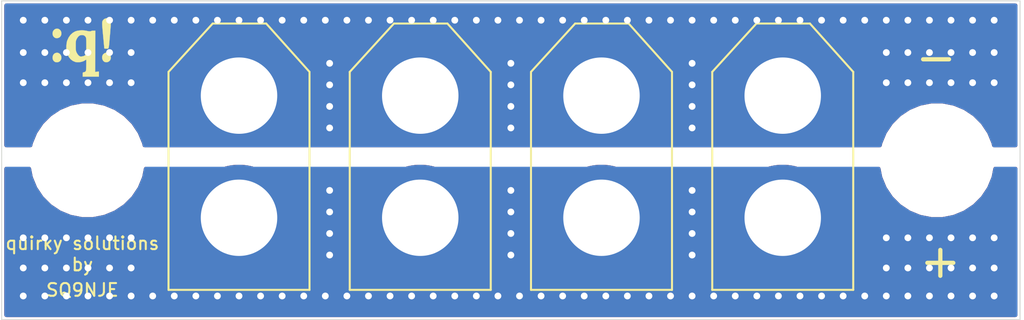
<source format=kicad_pcb>
(kicad_pcb (version 20171130) (host pcbnew 5.1.9-73d0e3b20d~88~ubuntu20.04.1)

  (general
    (thickness 1.6)
    (drawings 15)
    (tracks 164)
    (zones 0)
    (modules 7)
    (nets 3)
  )

  (page A4)
  (layers
    (0 F.Cu signal)
    (31 B.Cu signal)
    (32 B.Adhes user)
    (33 F.Adhes user)
    (34 B.Paste user)
    (35 F.Paste user)
    (36 B.SilkS user)
    (37 F.SilkS user)
    (38 B.Mask user)
    (39 F.Mask user)
    (40 Dwgs.User user)
    (41 Cmts.User user)
    (42 Eco1.User user)
    (43 Eco2.User user)
    (44 Edge.Cuts user)
    (45 Margin user)
    (46 B.CrtYd user)
    (47 F.CrtYd user)
    (48 B.Fab user)
    (49 F.Fab user)
  )

  (setup
    (last_trace_width 1.27)
    (user_trace_width 1.27)
    (trace_clearance 0.2)
    (zone_clearance 0.127)
    (zone_45_only no)
    (trace_min 0.2)
    (via_size 0.8)
    (via_drill 0.4)
    (via_min_size 0.4)
    (via_min_drill 0.3)
    (uvia_size 0.3)
    (uvia_drill 0.1)
    (uvias_allowed no)
    (uvia_min_size 0.2)
    (uvia_min_drill 0.1)
    (edge_width 0.05)
    (segment_width 0.2)
    (pcb_text_width 0.3)
    (pcb_text_size 1.5 1.5)
    (mod_edge_width 0.12)
    (mod_text_size 1 1)
    (mod_text_width 0.15)
    (pad_size 6.25 6.25)
    (pad_drill 4.3)
    (pad_to_mask_clearance 0)
    (aux_axis_origin 76.708 89.408)
    (grid_origin 76.708 89.408)
    (visible_elements FFFDFF77)
    (pcbplotparams
      (layerselection 0x010f0_ffffffff)
      (usegerberextensions false)
      (usegerberattributes true)
      (usegerberadvancedattributes true)
      (creategerberjobfile true)
      (excludeedgelayer true)
      (linewidth 0.100000)
      (plotframeref false)
      (viasonmask false)
      (mode 1)
      (useauxorigin false)
      (hpglpennumber 1)
      (hpglpenspeed 20)
      (hpglpendiameter 15.000000)
      (psnegative false)
      (psa4output false)
      (plotreference false)
      (plotvalue false)
      (plotinvisibletext false)
      (padsonsilk true)
      (subtractmaskfromsilk false)
      (outputformat 1)
      (mirror false)
      (drillshape 0)
      (scaleselection 1)
      (outputdirectory "gerber_03.01.2021_13.35/"))
  )

  (net 0 "")
  (net 1 "Net-(J1-Pad1)")
  (net 2 "Net-(J1-Pad2)")

  (net_class Default "This is the default net class."
    (clearance 0.2)
    (trace_width 0.25)
    (via_dia 0.8)
    (via_drill 0.4)
    (uvia_dia 0.3)
    (uvia_drill 0.1)
    (add_net "Net-(J1-Pad1)")
    (add_net "Net-(J1-Pad2)")
  )

  (module QS_RF:qs_logo (layer F.Cu) (tedit 0) (tstamp 5FF1B208)
    (at 81.458 73.408)
    (fp_text reference Ref** (at 0 0) (layer F.SilkS) hide
      (effects (font (size 1.27 1.27) (thickness 0.15)))
    )
    (fp_text value Val** (at 0 0) (layer F.SilkS) hide
      (effects (font (size 1.27 1.27) (thickness 0.15)))
    )
    (fp_poly (pts (xy 0.12416 -1.050565) (xy 0.246471 -1.028666) (xy 0.358462 -1.004448) (xy 0.445165 -0.99589)
      (xy 0.501329 -1.003236) (xy 0.518583 -1.016001) (xy 0.545432 -1.027731) (xy 0.600615 -1.035418)
      (xy 0.647801 -1.037167) (xy 0.763937 -1.037167) (xy 0.757677 0.179487) (xy 0.751416 1.396142)
      (xy 0.973666 1.370004) (xy 0.973666 1.672166) (xy 0.021166 1.672166) (xy 0.021166 1.545166)
      (xy 0.022364 1.474722) (xy 0.02859 1.436684) (xy 0.043792 1.421137) (xy 0.071738 1.418166)
      (xy 0.125328 1.404981) (xy 0.17228 1.37775) (xy 0.190875 1.36094) (xy 0.204347 1.340744)
      (xy 0.213697 1.310374) (xy 0.219923 1.26304) (xy 0.224026 1.191951) (xy 0.227006 1.090318)
      (xy 0.229062 0.992093) (xy 0.231378 0.86449) (xy 0.232125 0.773798) (xy 0.230749 0.714606)
      (xy 0.226699 0.681504) (xy 0.219424 0.669081) (xy 0.208372 0.671928) (xy 0.197312 0.680793)
      (xy 0.096994 0.745754) (xy -0.029498 0.793139) (xy -0.168669 0.820154) (xy -0.307024 0.824004)
      (xy -0.413076 0.8072) (xy -0.558082 0.746609) (xy -0.685778 0.650093) (xy -0.792022 0.52196)
      (xy -0.872675 0.36652) (xy -0.893946 0.306916) (xy -0.923929 0.175233) (xy -0.939728 0.022416)
      (xy -0.941381 -0.137322) (xy -0.939657 -0.158434) (xy -0.391329 -0.158434) (xy -0.391321 -0.148167)
      (xy -0.39046 -0.028151) (xy -0.387308 0.059322) (xy -0.380628 0.124026) (xy -0.36918 0.175738)
      (xy -0.351727 0.224234) (xy -0.341023 0.248862) (xy -0.298144 0.325504) (xy -0.244639 0.396796)
      (xy -0.216177 0.425826) (xy -0.166811 0.464797) (xy -0.123266 0.482501) (xy -0.066215 0.484794)
      (xy -0.029877 0.482265) (xy 0.074343 0.461249) (xy 0.157223 0.415349) (xy 0.232833 0.357678)
      (xy 0.232754 -0.122786) (xy 0.232477 -0.279091) (xy 0.231402 -0.398981) (xy 0.229072 -0.488372)
      (xy 0.225032 -0.553181) (xy 0.218826 -0.599325) (xy 0.209999 -0.632721) (xy 0.198094 -0.659285)
      (xy 0.190411 -0.67257) (xy 0.132607 -0.73804) (xy 0.053643 -0.773644) (xy -0.040582 -0.783167)
      (xy -0.140716 -0.763346) (xy -0.228683 -0.703602) (xy -0.305027 -0.603514) (xy -0.328084 -0.560917)
      (xy -0.353765 -0.507576) (xy -0.37138 -0.46186) (xy -0.382436 -0.413929) (xy -0.388441 -0.353942)
      (xy -0.390903 -0.272057) (xy -0.391329 -0.158434) (xy -0.939657 -0.158434) (xy -0.928929 -0.289766)
      (xy -0.90241 -0.420705) (xy -0.891817 -0.453392) (xy -0.80679 -0.639677) (xy -0.698246 -0.791694)
      (xy -0.564402 -0.911503) (xy -0.427041 -0.990657) (xy -0.314183 -1.027784) (xy -0.175291 -1.050675)
      (xy -0.024473 -1.058534) (xy 0.12416 -1.050565)) (layer F.SilkS) (width 0.01))
    (fp_poly (pts (xy -1.41368 0.275746) (xy -1.340547 0.318342) (xy -1.283598 0.382678) (xy -1.246407 0.462008)
      (xy -1.232549 0.549586) (xy -1.245597 0.638666) (xy -1.289127 0.722499) (xy -1.335507 0.771023)
      (xy -1.414686 0.812653) (xy -1.508839 0.825756) (xy -1.600294 0.808758) (xy -1.625817 0.796864)
      (xy -1.697596 0.735271) (xy -1.740924 0.652716) (xy -1.756406 0.559025) (xy -1.744646 0.464026)
      (xy -1.706247 0.377545) (xy -1.641816 0.309407) (xy -1.594199 0.282762) (xy -1.499422 0.261638)
      (xy -1.41368 0.275746)) (layer F.SilkS) (width 0.01))
    (fp_poly (pts (xy 1.469038 0.263786) (xy 1.547496 0.296293) (xy 1.612426 0.356102) (xy 1.657297 0.439934)
      (xy 1.67558 0.544509) (xy 1.673935 0.591978) (xy 1.646398 0.684238) (xy 1.588392 0.75673)
      (xy 1.509004 0.804755) (xy 1.417326 0.823617) (xy 1.322445 0.80862) (xy 1.286141 0.792365)
      (xy 1.222313 0.735519) (xy 1.180336 0.653573) (xy 1.162163 0.558789) (xy 1.169745 0.463432)
      (xy 1.205033 0.379767) (xy 1.217776 0.36287) (xy 1.297648 0.293795) (xy 1.383579 0.26186)
      (xy 1.469038 0.263786)) (layer F.SilkS) (width 0.01))
    (fp_poly (pts (xy 1.535315 -1.74531) (xy 1.60501 -1.692188) (xy 1.632972 -1.651331) (xy 1.647544 -1.619807)
      (xy 1.658511 -1.583821) (xy 1.665808 -1.538948) (xy 1.669367 -1.480762) (xy 1.669121 -1.404838)
      (xy 1.665003 -1.306749) (xy 1.656947 -1.18207) (xy 1.644884 -1.026375) (xy 1.628749 -0.835238)
      (xy 1.618919 -0.722552) (xy 1.601805 -0.52508) (xy 1.588007 -0.365677) (xy 1.576431 -0.24031)
      (xy 1.565984 -0.144944) (xy 1.555572 -0.075545) (xy 1.5441 -0.028079) (xy 1.530474 0.001487)
      (xy 1.5136 0.017187) (xy 1.492384 0.023056) (xy 1.465733 0.023127) (xy 1.432551 0.021434)
      (xy 1.417207 0.021166) (xy 1.35045 0.018744) (xy 1.304646 0.012452) (xy 1.290881 0.005291)
      (xy 1.288886 -0.018936) (xy 1.283367 -0.080132) (xy 1.274803 -0.173119) (xy 1.263675 -0.292723)
      (xy 1.250465 -0.433768) (xy 1.235652 -0.591079) (xy 1.227499 -0.677334) (xy 1.207222 -0.893622)
      (xy 1.191135 -1.072015) (xy 1.179171 -1.21674) (xy 1.171264 -1.332019) (xy 1.167347 -1.422079)
      (xy 1.167353 -1.491143) (xy 1.171217 -1.543437) (xy 1.17887 -1.583185) (xy 1.190248 -1.614612)
      (xy 1.205283 -1.641943) (xy 1.212128 -1.65241) (xy 1.279899 -1.721493) (xy 1.362917 -1.759988)
      (xy 1.451336 -1.767918) (xy 1.535315 -1.74531)) (layer F.SilkS) (width 0.01))
    (fp_poly (pts (xy -1.399691 -1.14069) (xy -1.327468 -1.094921) (xy -1.27282 -1.027422) (xy -1.23967 -0.944925)
      (xy -1.231941 -0.854166) (xy -1.253557 -0.761878) (xy -1.308441 -0.674795) (xy -1.309434 -0.673678)
      (xy -1.380215 -0.622736) (xy -1.469499 -0.597289) (xy -1.56136 -0.599635) (xy -1.632526 -0.627052)
      (xy -1.704702 -0.695812) (xy -1.746007 -0.782649) (xy -1.757392 -0.878056) (xy -1.739811 -0.972527)
      (xy -1.694213 -1.056557) (xy -1.62155 -1.120639) (xy -1.581169 -1.140097) (xy -1.485566 -1.157993)
      (xy -1.399691 -1.14069)) (layer F.SilkS) (width 0.01))
  )

  (module MountingHole:MountingHole_3.2mm_M3 (layer F.Cu) (tedit 5FF0D339) (tstamp 5FF12809)
    (at 81.758 80.01)
    (descr "Mounting Hole 3.2mm, no annular, M3")
    (tags "mounting hole 3.2mm no annular m3")
    (path /5FF10A54)
    (attr virtual)
    (fp_text reference H1 (at 0 -4.2) (layer F.SilkS) hide
      (effects (font (size 1 1) (thickness 0.15)))
    )
    (fp_text value MountingHole (at 0 4.2) (layer F.Fab)
      (effects (font (size 1 1) (thickness 0.15)))
    )
    (fp_text user %R (at 0.3 0) (layer F.Fab)
      (effects (font (size 1 1) (thickness 0.15)))
    )
    (fp_circle (center 0 0) (end 3.2 0) (layer Cmts.User) (width 0.15))
    (fp_circle (center 0 0) (end 3.45 0) (layer F.CrtYd) (width 0.05))
    (pad "" np_thru_hole circle (at 0 0) (size 3.2 3.2) (drill 3.2) (layers *.Cu *.Mask)
      (clearance 1.75))
  )

  (module MountingHole:MountingHole_3.2mm_M3 (layer F.Cu) (tedit 5FF0D422) (tstamp 5FF12811)
    (at 131.758 80.01)
    (descr "Mounting Hole 3.2mm, no annular, M3")
    (tags "mounting hole 3.2mm no annular m3")
    (path /5FF0FC96)
    (attr virtual)
    (fp_text reference H2 (at 0 -4.2) (layer F.SilkS) hide
      (effects (font (size 1 1) (thickness 0.15)))
    )
    (fp_text value MountingHole (at 0 4.2) (layer F.Fab)
      (effects (font (size 1 1) (thickness 0.15)))
    )
    (fp_circle (center 0 0) (end 3.45 0) (layer F.CrtYd) (width 0.05))
    (fp_circle (center 0 0) (end 3.2 0) (layer Cmts.User) (width 0.15))
    (fp_text user %R (at 0.3 0) (layer F.Fab)
      (effects (font (size 1 1) (thickness 0.15)))
    )
    (pad "" np_thru_hole circle (at 0 0) (size 3.2 3.2) (drill 3.2) (layers *.Cu *.Mask)
      (clearance 1.75))
  )

  (module Connector_AMASS:AMASS_XT60-F_1x02_P7.20mm_Vertical (layer F.Cu) (tedit 5FF18DEE) (tstamp 5FF131EC)
    (at 90.678 76.2 270)
    (descr "AMASS female XT60, through hole, vertical, https://www.tme.eu/Document/2d152ced3b7a446066e6c419d84bb460/XT60%20SPEC.pdf")
    (tags "XT60 female vertical")
    (path /5FF0E2F1)
    (fp_text reference J1 (at 3.6 -5.3 270) (layer F.SilkS) hide
      (effects (font (size 1 1) (thickness 0.15)))
    )
    (fp_text value Conn_01x02 (at 3.6 5.4 90) (layer F.Fab) hide
      (effects (font (size 1 1) (thickness 0.15)))
    )
    (fp_text user %R (at 3.6 0.05 90) (layer F.Fab) hide
      (effects (font (size 1 1) (thickness 0.15)))
    )
    (fp_line (start 11.45 -4.15) (end -1.4 -4.15) (layer F.SilkS) (width 0.12))
    (fp_line (start -4.25 -1.6) (end -4.25 1.55) (layer F.SilkS) (width 0.12))
    (fp_line (start -1.4 4.15) (end 11.45 4.15) (layer F.SilkS) (width 0.12))
    (fp_line (start 11.45 4.15) (end 11.45 -4.15) (layer F.SilkS) (width 0.12))
    (fp_line (start -1.4 -4.15) (end -4.25 -1.6) (layer F.SilkS) (width 0.12))
    (fp_line (start -4.25 1.55) (end -1.4 4.15) (layer F.SilkS) (width 0.12))
    (fp_line (start 11.35 -4.05) (end -1.4 -4.05) (layer F.Fab) (width 0.12))
    (fp_line (start -1.4 -4.05) (end -4.15 -1.55) (layer F.Fab) (width 0.12))
    (fp_line (start -4.15 -1.55) (end -4.15 1.55) (layer F.Fab) (width 0.12))
    (fp_line (start -4.15 1.55) (end -1.4 4.05) (layer F.Fab) (width 0.12))
    (fp_line (start -1.4 4.05) (end 11.35 4.05) (layer F.Fab) (width 0.12))
    (fp_line (start 11.35 4.05) (end 11.35 -4.05) (layer F.Fab) (width 0.12))
    (fp_line (start 11.85 -4.6) (end 11.85 4.6) (layer F.CrtYd) (width 0.05))
    (fp_line (start 11.85 4.6) (end -1.6 4.6) (layer F.CrtYd) (width 0.05))
    (fp_line (start -1.6 4.6) (end -4.65 1.85) (layer F.CrtYd) (width 0.05))
    (fp_line (start -4.65 1.85) (end -4.65 -1.85) (layer F.CrtYd) (width 0.05))
    (fp_line (start -4.65 -1.85) (end -1.6 -4.6) (layer F.CrtYd) (width 0.05))
    (fp_line (start -1.6 -4.6) (end 11.85 -4.6) (layer F.CrtYd) (width 0.05))
    (pad 1 thru_hole roundrect (at 0 0 270) (size 6 7) (drill 4.5) (layers *.Cu *.Mask) (roundrect_rratio 0.25)
      (net 1 "Net-(J1-Pad1)"))
    (pad 2 thru_hole circle (at 7.2 0 270) (size 6.25 6.25) (drill 4.5) (layers *.Cu *.Mask)
      (net 2 "Net-(J1-Pad2)"))
    (model ${KISYS3DMOD}/Connector_AMASS.3dshapes/AMASS_XT60-F_1x02_P7.2mm_Vertical.wrl
      (at (xyz 0 0 0))
      (scale (xyz 1 1 1))
      (rotate (xyz 0 0 0))
    )
  )

  (module Connector_AMASS:AMASS_XT60-F_1x02_P7.20mm_Vertical (layer F.Cu) (tedit 5FF18DF8) (tstamp 5FF12843)
    (at 101.346 76.2 270)
    (descr "AMASS female XT60, through hole, vertical, https://www.tme.eu/Document/2d152ced3b7a446066e6c419d84bb460/XT60%20SPEC.pdf")
    (tags "XT60 female vertical")
    (path /5FF0CEBC)
    (fp_text reference J2 (at 3.6 -5.3 270) (layer F.SilkS) hide
      (effects (font (size 1 1) (thickness 0.15)))
    )
    (fp_text value Conn_01x02 (at 3.6 5.4 90) (layer F.Fab) hide
      (effects (font (size 1 1) (thickness 0.15)))
    )
    (fp_line (start -1.6 -4.6) (end 11.85 -4.6) (layer F.CrtYd) (width 0.05))
    (fp_line (start -4.65 -1.85) (end -1.6 -4.6) (layer F.CrtYd) (width 0.05))
    (fp_line (start -4.65 1.85) (end -4.65 -1.85) (layer F.CrtYd) (width 0.05))
    (fp_line (start -1.6 4.6) (end -4.65 1.85) (layer F.CrtYd) (width 0.05))
    (fp_line (start 11.85 4.6) (end -1.6 4.6) (layer F.CrtYd) (width 0.05))
    (fp_line (start 11.85 -4.6) (end 11.85 4.6) (layer F.CrtYd) (width 0.05))
    (fp_line (start 11.35 4.05) (end 11.35 -4.05) (layer F.Fab) (width 0.12))
    (fp_line (start -1.4 4.05) (end 11.35 4.05) (layer F.Fab) (width 0.12))
    (fp_line (start -4.15 1.55) (end -1.4 4.05) (layer F.Fab) (width 0.12))
    (fp_line (start -4.15 -1.55) (end -4.15 1.55) (layer F.Fab) (width 0.12))
    (fp_line (start -1.4 -4.05) (end -4.15 -1.55) (layer F.Fab) (width 0.12))
    (fp_line (start 11.35 -4.05) (end -1.4 -4.05) (layer F.Fab) (width 0.12))
    (fp_line (start -4.25 1.55) (end -1.4 4.15) (layer F.SilkS) (width 0.12))
    (fp_line (start -1.4 -4.15) (end -4.25 -1.6) (layer F.SilkS) (width 0.12))
    (fp_line (start 11.45 4.15) (end 11.45 -4.15) (layer F.SilkS) (width 0.12))
    (fp_line (start -1.4 4.15) (end 11.45 4.15) (layer F.SilkS) (width 0.12))
    (fp_line (start -4.25 -1.6) (end -4.25 1.55) (layer F.SilkS) (width 0.12))
    (fp_line (start 11.45 -4.15) (end -1.4 -4.15) (layer F.SilkS) (width 0.12))
    (fp_text user %R (at 3.6 0.05 90) (layer F.Fab) hide
      (effects (font (size 1 1) (thickness 0.15)))
    )
    (pad 2 thru_hole circle (at 7.2 0 270) (size 6.25 6.25) (drill 4.5) (layers *.Cu *.Mask)
      (net 2 "Net-(J1-Pad2)"))
    (pad 1 thru_hole roundrect (at 0 0 270) (size 6 7) (drill 4.5) (layers *.Cu *.Mask) (roundrect_rratio 0.25)
      (net 1 "Net-(J1-Pad1)"))
    (model ${KISYS3DMOD}/Connector_AMASS.3dshapes/AMASS_XT60-F_1x02_P7.2mm_Vertical.wrl
      (at (xyz 0 0 0))
      (scale (xyz 1 1 1))
      (rotate (xyz 0 0 0))
    )
  )

  (module Connector_AMASS:AMASS_XT60-F_1x02_P7.20mm_Vertical (layer F.Cu) (tedit 5FF18E03) (tstamp 5FF1A11E)
    (at 112.014 76.2 270)
    (descr "AMASS female XT60, through hole, vertical, https://www.tme.eu/Document/2d152ced3b7a446066e6c419d84bb460/XT60%20SPEC.pdf")
    (tags "XT60 female vertical")
    (path /5FF0DA1B)
    (fp_text reference J3 (at 3.6 -5.3 270) (layer F.SilkS) hide
      (effects (font (size 1 1) (thickness 0.15)))
    )
    (fp_text value Conn_01x02 (at 3.6 5.4 90) (layer F.Fab) hide
      (effects (font (size 1 1) (thickness 0.15)))
    )
    (fp_text user %R (at 3.6 0.05 90) (layer F.Fab) hide
      (effects (font (size 1 1) (thickness 0.15)))
    )
    (fp_line (start 11.45 -4.15) (end -1.4 -4.15) (layer F.SilkS) (width 0.12))
    (fp_line (start -4.25 -1.6) (end -4.25 1.55) (layer F.SilkS) (width 0.12))
    (fp_line (start -1.4 4.15) (end 11.45 4.15) (layer F.SilkS) (width 0.12))
    (fp_line (start 11.45 4.15) (end 11.45 -4.15) (layer F.SilkS) (width 0.12))
    (fp_line (start -1.4 -4.15) (end -4.25 -1.6) (layer F.SilkS) (width 0.12))
    (fp_line (start -4.25 1.55) (end -1.4 4.15) (layer F.SilkS) (width 0.12))
    (fp_line (start 11.35 -4.05) (end -1.4 -4.05) (layer F.Fab) (width 0.12))
    (fp_line (start -1.4 -4.05) (end -4.15 -1.55) (layer F.Fab) (width 0.12))
    (fp_line (start -4.15 -1.55) (end -4.15 1.55) (layer F.Fab) (width 0.12))
    (fp_line (start -4.15 1.55) (end -1.4 4.05) (layer F.Fab) (width 0.12))
    (fp_line (start -1.4 4.05) (end 11.35 4.05) (layer F.Fab) (width 0.12))
    (fp_line (start 11.35 4.05) (end 11.35 -4.05) (layer F.Fab) (width 0.12))
    (fp_line (start 11.85 -4.6) (end 11.85 4.6) (layer F.CrtYd) (width 0.05))
    (fp_line (start 11.85 4.6) (end -1.6 4.6) (layer F.CrtYd) (width 0.05))
    (fp_line (start -1.6 4.6) (end -4.65 1.85) (layer F.CrtYd) (width 0.05))
    (fp_line (start -4.65 1.85) (end -4.65 -1.85) (layer F.CrtYd) (width 0.05))
    (fp_line (start -4.65 -1.85) (end -1.6 -4.6) (layer F.CrtYd) (width 0.05))
    (fp_line (start -1.6 -4.6) (end 11.85 -4.6) (layer F.CrtYd) (width 0.05))
    (pad 1 thru_hole roundrect (at 0 0 270) (size 6 7) (drill 4.5) (layers *.Cu *.Mask) (roundrect_rratio 0.25)
      (net 1 "Net-(J1-Pad1)"))
    (pad 2 thru_hole circle (at 7.2 0 270) (size 6.25 6.25) (drill 4.5) (layers *.Cu *.Mask)
      (net 2 "Net-(J1-Pad2)"))
    (model ${KISYS3DMOD}/Connector_AMASS.3dshapes/AMASS_XT60-F_1x02_P7.2mm_Vertical.wrl
      (at (xyz 0 0 0))
      (scale (xyz 1 1 1))
      (rotate (xyz 0 0 0))
    )
  )

  (module Connector_AMASS:AMASS_XT60-F_1x02_P7.20mm_Vertical (layer F.Cu) (tedit 5FF18E0C) (tstamp 5FF1A0A4)
    (at 122.682 76.2 270)
    (descr "AMASS female XT60, through hole, vertical, https://www.tme.eu/Document/2d152ced3b7a446066e6c419d84bb460/XT60%20SPEC.pdf")
    (tags "XT60 female vertical")
    (path /5FF0DFA1)
    (fp_text reference J4 (at 3.6 -5.3 270) (layer F.SilkS) hide
      (effects (font (size 1 1) (thickness 0.15)))
    )
    (fp_text value Conn_01x02 (at 3.6 5.4 90) (layer F.Fab) hide
      (effects (font (size 1 1) (thickness 0.15)))
    )
    (fp_line (start -1.6 -4.6) (end 11.85 -4.6) (layer F.CrtYd) (width 0.05))
    (fp_line (start -4.65 -1.85) (end -1.6 -4.6) (layer F.CrtYd) (width 0.05))
    (fp_line (start -4.65 1.85) (end -4.65 -1.85) (layer F.CrtYd) (width 0.05))
    (fp_line (start -1.6 4.6) (end -4.65 1.85) (layer F.CrtYd) (width 0.05))
    (fp_line (start 11.85 4.6) (end -1.6 4.6) (layer F.CrtYd) (width 0.05))
    (fp_line (start 11.85 -4.6) (end 11.85 4.6) (layer F.CrtYd) (width 0.05))
    (fp_line (start 11.35 4.05) (end 11.35 -4.05) (layer F.Fab) (width 0.12))
    (fp_line (start -1.4 4.05) (end 11.35 4.05) (layer F.Fab) (width 0.12))
    (fp_line (start -4.15 1.55) (end -1.4 4.05) (layer F.Fab) (width 0.12))
    (fp_line (start -4.15 -1.55) (end -4.15 1.55) (layer F.Fab) (width 0.12))
    (fp_line (start -1.4 -4.05) (end -4.15 -1.55) (layer F.Fab) (width 0.12))
    (fp_line (start 11.35 -4.05) (end -1.4 -4.05) (layer F.Fab) (width 0.12))
    (fp_line (start -4.25 1.55) (end -1.4 4.15) (layer F.SilkS) (width 0.12))
    (fp_line (start -1.4 -4.15) (end -4.25 -1.6) (layer F.SilkS) (width 0.12))
    (fp_line (start 11.45 4.15) (end 11.45 -4.15) (layer F.SilkS) (width 0.12))
    (fp_line (start -1.4 4.15) (end 11.45 4.15) (layer F.SilkS) (width 0.12))
    (fp_line (start -4.25 -1.6) (end -4.25 1.55) (layer F.SilkS) (width 0.12))
    (fp_line (start 11.45 -4.15) (end -1.4 -4.15) (layer F.SilkS) (width 0.12))
    (fp_text user %R (at 3.6 0.05 90) (layer F.Fab) hide
      (effects (font (size 1 1) (thickness 0.15)))
    )
    (pad 2 thru_hole circle (at 7.2 0 270) (size 6.25 6.25) (drill 4.5) (layers *.Cu *.Mask)
      (net 2 "Net-(J1-Pad2)"))
    (pad 1 thru_hole roundrect (at 0 0 270) (size 6 7) (drill 4.5) (layers *.Cu *.Mask) (roundrect_rratio 0.25)
      (net 1 "Net-(J1-Pad1)"))
    (model ${KISYS3DMOD}/Connector_AMASS.3dshapes/AMASS_XT60-F_1x02_P7.2mm_Vertical.wrl
      (at (xyz 0 0 0))
      (scale (xyz 1 1 1))
      (rotate (xyz 0 0 0))
    )
  )

  (gr_text + (at 131.958 85.908) (layer F.SilkS)
    (effects (font (size 2 2) (thickness 0.25)))
  )
  (gr_text - (at 131.708 73.908) (layer F.SilkS)
    (effects (font (size 2 2) (thickness 0.25)))
  )
  (gr_text SQ9NJE (at 81.458 87.658) (layer F.SilkS) (tstamp 5FF1B37A)
    (effects (font (size 0.75 0.75) (thickness 0.12)))
  )
  (gr_text by (at 81.458 86.158) (layer F.SilkS) (tstamp 5FF1B4E0)
    (effects (font (size 0.75 0.75) (thickness 0.12)))
  )
  (gr_text "quirky solutions" (at 81.458 84.908) (layer F.SilkS)
    (effects (font (size 0.75 0.75) (thickness 0.12)))
  )
  (gr_poly (pts (xy 85.598 87.63) (xy 76.708 87.63) (xy 76.708 84.201) (xy 85.598 84.201)) (layer B.Mask) (width 0.1))
  (gr_poly (pts (xy 136.652 75.819) (xy 127.508 75.819) (xy 127.508 72.39) (xy 136.652 72.39)) (layer B.Mask) (width 0.1))
  (gr_poly (pts (xy 136.652 87.63) (xy 127.508 87.63) (xy 127.508 84.201) (xy 136.652 84.201)) (layer B.Mask) (width 0.1))
  (gr_poly (pts (xy 85.598 75.819) (xy 76.708 75.819) (xy 76.708 72.39) (xy 85.598 72.39)) (layer B.Mask) (width 0.1))
  (gr_poly (pts (xy 136.652 89.408) (xy 76.708 89.408) (xy 76.708 87.122) (xy 136.652 87.122)) (layer B.Mask) (width 0.1) (tstamp 5FF134C0))
  (gr_poly (pts (xy 136.652 72.644) (xy 76.708 72.644) (xy 76.708 70.612) (xy 136.652 70.612)) (layer B.Mask) (width 0.1))
  (gr_line (start 136.652 89.408) (end 136.652 70.612) (layer Edge.Cuts) (width 0.05))
  (gr_line (start 136.652 70.612) (end 76.708 70.612) (layer Edge.Cuts) (width 0.05) (tstamp 5FF12C97))
  (gr_line (start 76.708 89.408) (end 136.652 89.408) (layer Edge.Cuts) (width 0.05))
  (gr_line (start 76.708 70.612) (end 76.708 89.408) (layer Edge.Cuts) (width 0.05))

  (via (at 77.978 71.755) (size 0.8) (drill 0.4) (layers F.Cu B.Cu) (net 1))
  (via (at 79.248 71.755) (size 0.8) (drill 0.4) (layers F.Cu B.Cu) (net 1))
  (via (at 80.518 71.755) (size 0.8) (drill 0.4) (layers F.Cu B.Cu) (net 1))
  (via (at 81.788 71.755) (size 0.8) (drill 0.4) (layers F.Cu B.Cu) (net 1))
  (via (at 83.058 71.755) (size 0.8) (drill 0.4) (layers F.Cu B.Cu) (net 1))
  (via (at 84.328 71.755) (size 0.8) (drill 0.4) (layers F.Cu B.Cu) (net 1))
  (via (at 85.598 71.755) (size 0.8) (drill 0.4) (layers F.Cu B.Cu) (net 1))
  (via (at 86.868 71.755) (size 0.8) (drill 0.4) (layers F.Cu B.Cu) (net 1))
  (via (at 88.138 71.755) (size 0.8) (drill 0.4) (layers F.Cu B.Cu) (net 1))
  (via (at 89.408 71.755) (size 0.8) (drill 0.4) (layers F.Cu B.Cu) (net 1))
  (via (at 90.678 71.755) (size 0.8) (drill 0.4) (layers F.Cu B.Cu) (net 1))
  (via (at 91.948 71.755) (size 0.8) (drill 0.4) (layers F.Cu B.Cu) (net 1))
  (via (at 93.218 71.755) (size 0.8) (drill 0.4) (layers F.Cu B.Cu) (net 1))
  (via (at 94.488 71.755) (size 0.8) (drill 0.4) (layers F.Cu B.Cu) (net 1))
  (via (at 95.758 71.755) (size 0.8) (drill 0.4) (layers F.Cu B.Cu) (net 1))
  (via (at 97.028 71.755) (size 0.8) (drill 0.4) (layers F.Cu B.Cu) (net 1))
  (via (at 98.298 71.755) (size 0.8) (drill 0.4) (layers F.Cu B.Cu) (net 1))
  (via (at 99.568 71.755) (size 0.8) (drill 0.4) (layers F.Cu B.Cu) (net 1))
  (via (at 100.838 71.755) (size 0.8) (drill 0.4) (layers F.Cu B.Cu) (net 1))
  (via (at 102.108 71.755) (size 0.8) (drill 0.4) (layers F.Cu B.Cu) (net 1))
  (via (at 103.378 71.755) (size 0.8) (drill 0.4) (layers F.Cu B.Cu) (net 1))
  (via (at 104.648 71.755) (size 0.8) (drill 0.4) (layers F.Cu B.Cu) (net 1))
  (via (at 105.918 71.755) (size 0.8) (drill 0.4) (layers F.Cu B.Cu) (net 1))
  (via (at 107.188 71.755) (size 0.8) (drill 0.4) (layers F.Cu B.Cu) (net 1))
  (via (at 108.458 71.755) (size 0.8) (drill 0.4) (layers F.Cu B.Cu) (net 1))
  (via (at 109.728 71.755) (size 0.8) (drill 0.4) (layers F.Cu B.Cu) (net 1))
  (via (at 110.998 71.755) (size 0.8) (drill 0.4) (layers F.Cu B.Cu) (net 1))
  (via (at 112.268 71.755) (size 0.8) (drill 0.4) (layers F.Cu B.Cu) (net 1))
  (via (at 113.538 71.755) (size 0.8) (drill 0.4) (layers F.Cu B.Cu) (net 1))
  (via (at 114.808 71.755) (size 0.8) (drill 0.4) (layers F.Cu B.Cu) (net 1))
  (via (at 116.078 71.755) (size 0.8) (drill 0.4) (layers F.Cu B.Cu) (net 1))
  (via (at 117.348 71.755) (size 0.8) (drill 0.4) (layers F.Cu B.Cu) (net 1))
  (via (at 118.618 71.755) (size 0.8) (drill 0.4) (layers F.Cu B.Cu) (net 1))
  (via (at 119.888 71.755) (size 0.8) (drill 0.4) (layers F.Cu B.Cu) (net 1))
  (via (at 121.158 71.755) (size 0.8) (drill 0.4) (layers F.Cu B.Cu) (net 1))
  (via (at 122.428 71.755) (size 0.8) (drill 0.4) (layers F.Cu B.Cu) (net 1))
  (via (at 123.698 71.755) (size 0.8) (drill 0.4) (layers F.Cu B.Cu) (net 1))
  (via (at 124.968 71.755) (size 0.8) (drill 0.4) (layers F.Cu B.Cu) (net 1))
  (via (at 126.238 71.755) (size 0.8) (drill 0.4) (layers F.Cu B.Cu) (net 1))
  (via (at 127.508 71.755) (size 0.8) (drill 0.4) (layers F.Cu B.Cu) (net 1))
  (via (at 128.778 71.755) (size 0.8) (drill 0.4) (layers F.Cu B.Cu) (net 1))
  (via (at 130.048 71.755) (size 0.8) (drill 0.4) (layers F.Cu B.Cu) (net 1))
  (via (at 131.318 71.755) (size 0.8) (drill 0.4) (layers F.Cu B.Cu) (net 1))
  (via (at 132.588 71.755) (size 0.8) (drill 0.4) (layers F.Cu B.Cu) (net 1))
  (via (at 133.858 71.755) (size 0.8) (drill 0.4) (layers F.Cu B.Cu) (net 1))
  (via (at 135.128 71.755) (size 0.8) (drill 0.4) (layers F.Cu B.Cu) (net 1))
  (via (at 98.298 88.011) (size 0.8) (drill 0.4) (layers F.Cu B.Cu) (net 2) (tstamp 5FF134F5))
  (via (at 85.598 88.011) (size 0.8) (drill 0.4) (layers F.Cu B.Cu) (net 2) (tstamp 5FF134F6))
  (via (at 118.618 88.011) (size 0.8) (drill 0.4) (layers F.Cu B.Cu) (net 2) (tstamp 5FF134F7))
  (via (at 112.268 88.011) (size 0.8) (drill 0.4) (layers F.Cu B.Cu) (net 2) (tstamp 5FF134F8))
  (via (at 86.868 88.011) (size 0.8) (drill 0.4) (layers F.Cu B.Cu) (net 2) (tstamp 5FF134F9))
  (via (at 127.508 88.011) (size 0.8) (drill 0.4) (layers F.Cu B.Cu) (net 2) (tstamp 5FF134FA))
  (via (at 131.318 88.011) (size 0.8) (drill 0.4) (layers F.Cu B.Cu) (net 2) (tstamp 5FF134FB))
  (via (at 100.838 88.011) (size 0.8) (drill 0.4) (layers F.Cu B.Cu) (net 2) (tstamp 5FF134FC))
  (via (at 89.408 88.011) (size 0.8) (drill 0.4) (layers F.Cu B.Cu) (net 2) (tstamp 5FF134FD))
  (via (at 93.218 88.011) (size 0.8) (drill 0.4) (layers F.Cu B.Cu) (net 2) (tstamp 5FF134FE))
  (via (at 128.778 88.011) (size 0.8) (drill 0.4) (layers F.Cu B.Cu) (net 2) (tstamp 5FF134FF))
  (via (at 102.108 88.011) (size 0.8) (drill 0.4) (layers F.Cu B.Cu) (net 2) (tstamp 5FF13500))
  (via (at 132.588 88.011) (size 0.8) (drill 0.4) (layers F.Cu B.Cu) (net 2) (tstamp 5FF13501))
  (via (at 109.728 88.011) (size 0.8) (drill 0.4) (layers F.Cu B.Cu) (net 2) (tstamp 5FF13502))
  (via (at 97.028 88.011) (size 0.8) (drill 0.4) (layers F.Cu B.Cu) (net 2) (tstamp 5FF13503))
  (via (at 108.458 88.011) (size 0.8) (drill 0.4) (layers F.Cu B.Cu) (net 2) (tstamp 5FF13504))
  (via (at 104.648 88.011) (size 0.8) (drill 0.4) (layers F.Cu B.Cu) (net 2) (tstamp 5FF13505))
  (via (at 126.238 88.011) (size 0.8) (drill 0.4) (layers F.Cu B.Cu) (net 2) (tstamp 5FF13506))
  (via (at 88.138 88.011) (size 0.8) (drill 0.4) (layers F.Cu B.Cu) (net 2) (tstamp 5FF13507))
  (via (at 81.788 88.011) (size 0.8) (drill 0.4) (layers F.Cu B.Cu) (net 2) (tstamp 5FF13508))
  (via (at 103.378 88.011) (size 0.8) (drill 0.4) (layers F.Cu B.Cu) (net 2) (tstamp 5FF13509))
  (via (at 114.808 88.011) (size 0.8) (drill 0.4) (layers F.Cu B.Cu) (net 2) (tstamp 5FF1350A))
  (via (at 94.488 88.011) (size 0.8) (drill 0.4) (layers F.Cu B.Cu) (net 2) (tstamp 5FF1350B))
  (via (at 105.918 88.011) (size 0.8) (drill 0.4) (layers F.Cu B.Cu) (net 2) (tstamp 5FF1350C))
  (via (at 124.968 88.011) (size 0.8) (drill 0.4) (layers F.Cu B.Cu) (net 2) (tstamp 5FF1350D))
  (via (at 117.348 88.011) (size 0.8) (drill 0.4) (layers F.Cu B.Cu) (net 2) (tstamp 5FF1350E))
  (via (at 80.518 88.011) (size 0.8) (drill 0.4) (layers F.Cu B.Cu) (net 2) (tstamp 5FF1350F))
  (via (at 116.078 88.011) (size 0.8) (drill 0.4) (layers F.Cu B.Cu) (net 2) (tstamp 5FF13510))
  (via (at 113.538 88.011) (size 0.8) (drill 0.4) (layers F.Cu B.Cu) (net 2) (tstamp 5FF13511))
  (via (at 123.698 88.011) (size 0.8) (drill 0.4) (layers F.Cu B.Cu) (net 2) (tstamp 5FF13512))
  (via (at 90.678 88.011) (size 0.8) (drill 0.4) (layers F.Cu B.Cu) (net 2) (tstamp 5FF13513))
  (via (at 91.948 88.011) (size 0.8) (drill 0.4) (layers F.Cu B.Cu) (net 2) (tstamp 5FF13514))
  (via (at 133.858 88.011) (size 0.8) (drill 0.4) (layers F.Cu B.Cu) (net 2) (tstamp 5FF13515))
  (via (at 99.568 88.011) (size 0.8) (drill 0.4) (layers F.Cu B.Cu) (net 2) (tstamp 5FF13516))
  (via (at 95.758 88.011) (size 0.8) (drill 0.4) (layers F.Cu B.Cu) (net 2) (tstamp 5FF13517))
  (via (at 119.888 88.011) (size 0.8) (drill 0.4) (layers F.Cu B.Cu) (net 2) (tstamp 5FF13518))
  (via (at 122.428 88.011) (size 0.8) (drill 0.4) (layers F.Cu B.Cu) (net 2) (tstamp 5FF13519))
  (via (at 77.978 88.011) (size 0.8) (drill 0.4) (layers F.Cu B.Cu) (net 2) (tstamp 5FF1351A))
  (via (at 107.188 88.011) (size 0.8) (drill 0.4) (layers F.Cu B.Cu) (net 2) (tstamp 5FF1351B))
  (via (at 83.058 88.011) (size 0.8) (drill 0.4) (layers F.Cu B.Cu) (net 2) (tstamp 5FF1351C))
  (via (at 79.248 88.011) (size 0.8) (drill 0.4) (layers F.Cu B.Cu) (net 2) (tstamp 5FF1351D))
  (via (at 130.048 88.011) (size 0.8) (drill 0.4) (layers F.Cu B.Cu) (net 2) (tstamp 5FF1351E))
  (via (at 135.128 88.011) (size 0.8) (drill 0.4) (layers F.Cu B.Cu) (net 2) (tstamp 5FF1351F))
  (via (at 121.158 88.011) (size 0.8) (drill 0.4) (layers F.Cu B.Cu) (net 2) (tstamp 5FF13520))
  (via (at 84.328 88.011) (size 0.8) (drill 0.4) (layers F.Cu B.Cu) (net 2) (tstamp 5FF13521))
  (via (at 110.998 88.011) (size 0.8) (drill 0.4) (layers F.Cu B.Cu) (net 2) (tstamp 5FF13522))
  (via (at 77.978 73.66) (size 0.8) (drill 0.4) (layers F.Cu B.Cu) (net 1))
  (via (at 79.248 73.66) (size 0.8) (drill 0.4) (layers F.Cu B.Cu) (net 1))
  (via (at 80.518 73.66) (size 0.8) (drill 0.4) (layers F.Cu B.Cu) (net 1))
  (via (at 81.788 73.66) (size 0.8) (drill 0.4) (layers F.Cu B.Cu) (net 1))
  (via (at 83.058 73.66) (size 0.8) (drill 0.4) (layers F.Cu B.Cu) (net 1))
  (via (at 84.328 73.66) (size 0.8) (drill 0.4) (layers F.Cu B.Cu) (net 1))
  (via (at 135.128 73.66) (size 0.8) (drill 0.4) (layers F.Cu B.Cu) (net 1))
  (via (at 133.858 73.66) (size 0.8) (drill 0.4) (layers F.Cu B.Cu) (net 1))
  (via (at 132.588 73.66) (size 0.8) (drill 0.4) (layers F.Cu B.Cu) (net 1))
  (via (at 131.318 73.66) (size 0.8) (drill 0.4) (layers F.Cu B.Cu) (net 1))
  (via (at 130.048 73.66) (size 0.8) (drill 0.4) (layers F.Cu B.Cu) (net 1))
  (via (at 128.778 73.66) (size 0.8) (drill 0.4) (layers F.Cu B.Cu) (net 1))
  (via (at 96.012 78.105) (size 0.8) (drill 0.4) (layers F.Cu B.Cu) (net 1))
  (via (at 96.012 76.835) (size 0.8) (drill 0.4) (layers F.Cu B.Cu) (net 1))
  (via (at 96.012 75.565) (size 0.8) (drill 0.4) (layers F.Cu B.Cu) (net 1))
  (via (at 96.012 74.295) (size 0.8) (drill 0.4) (layers F.Cu B.Cu) (net 1))
  (via (at 106.68 78.105) (size 0.8) (drill 0.4) (layers F.Cu B.Cu) (net 1))
  (via (at 106.68 76.835) (size 0.8) (drill 0.4) (layers F.Cu B.Cu) (net 1))
  (via (at 106.68 75.565) (size 0.8) (drill 0.4) (layers F.Cu B.Cu) (net 1))
  (via (at 106.68 74.295) (size 0.8) (drill 0.4) (layers F.Cu B.Cu) (net 1))
  (via (at 117.348 78.105) (size 0.8) (drill 0.4) (layers F.Cu B.Cu) (net 1))
  (via (at 117.348 76.835) (size 0.8) (drill 0.4) (layers F.Cu B.Cu) (net 1))
  (via (at 117.348 75.565) (size 0.8) (drill 0.4) (layers F.Cu B.Cu) (net 1))
  (via (at 117.348 74.295) (size 0.8) (drill 0.4) (layers F.Cu B.Cu) (net 1) (tstamp 5FF1A183))
  (via (at 77.978 75.438) (size 0.8) (drill 0.4) (layers F.Cu B.Cu) (net 1))
  (via (at 79.248 75.438) (size 0.8) (drill 0.4) (layers F.Cu B.Cu) (net 1))
  (via (at 80.518 75.438) (size 0.8) (drill 0.4) (layers F.Cu B.Cu) (net 1))
  (via (at 81.788 75.438) (size 0.8) (drill 0.4) (layers F.Cu B.Cu) (net 1))
  (via (at 83.058 75.438) (size 0.8) (drill 0.4) (layers F.Cu B.Cu) (net 1))
  (via (at 84.328 75.438) (size 0.8) (drill 0.4) (layers F.Cu B.Cu) (net 1))
  (via (at 128.778 75.438) (size 0.8) (drill 0.4) (layers F.Cu B.Cu) (net 1))
  (via (at 130.048 75.438) (size 0.8) (drill 0.4) (layers F.Cu B.Cu) (net 1))
  (via (at 131.318 75.438) (size 0.8) (drill 0.4) (layers F.Cu B.Cu) (net 1))
  (via (at 132.588 75.438) (size 0.8) (drill 0.4) (layers F.Cu B.Cu) (net 1))
  (via (at 133.858 75.438) (size 0.8) (drill 0.4) (layers F.Cu B.Cu) (net 1))
  (via (at 135.128 75.438) (size 0.8) (drill 0.4) (layers F.Cu B.Cu) (net 1))
  (via (at 77.978 86.36) (size 0.8) (drill 0.4) (layers F.Cu B.Cu) (net 2))
  (via (at 79.248 86.36) (size 0.8) (drill 0.4) (layers F.Cu B.Cu) (net 2))
  (via (at 80.518 86.36) (size 0.8) (drill 0.4) (layers F.Cu B.Cu) (net 2))
  (via (at 81.788 86.36) (size 0.8) (drill 0.4) (layers F.Cu B.Cu) (net 2))
  (via (at 83.058 86.36) (size 0.8) (drill 0.4) (layers F.Cu B.Cu) (net 2))
  (via (at 84.328 86.36) (size 0.8) (drill 0.4) (layers F.Cu B.Cu) (net 2))
  (via (at 135.128 86.36) (size 0.8) (drill 0.4) (layers F.Cu B.Cu) (net 2))
  (via (at 133.858 86.36) (size 0.8) (drill 0.4) (layers F.Cu B.Cu) (net 2))
  (via (at 132.588 86.36) (size 0.8) (drill 0.4) (layers F.Cu B.Cu) (net 2))
  (via (at 131.318 86.36) (size 0.8) (drill 0.4) (layers F.Cu B.Cu) (net 2))
  (via (at 130.048 86.36) (size 0.8) (drill 0.4) (layers F.Cu B.Cu) (net 2))
  (via (at 128.778 86.36) (size 0.8) (drill 0.4) (layers F.Cu B.Cu) (net 2))
  (via (at 96.012 81.788) (size 0.8) (drill 0.4) (layers F.Cu B.Cu) (net 2) (tstamp 5FF13733))
  (via (at 96.012 83.058) (size 0.8) (drill 0.4) (layers F.Cu B.Cu) (net 2) (tstamp 5FF13730))
  (via (at 96.012 84.328) (size 0.8) (drill 0.4) (layers F.Cu B.Cu) (net 2) (tstamp 5FF1372A))
  (via (at 96.012 85.598) (size 0.8) (drill 0.4) (layers F.Cu B.Cu) (net 2) (tstamp 5FF1372D))
  (via (at 106.68 81.788) (size 0.8) (drill 0.4) (layers F.Cu B.Cu) (net 2))
  (via (at 106.68 83.058) (size 0.8) (drill 0.4) (layers F.Cu B.Cu) (net 2))
  (via (at 106.68 84.328) (size 0.8) (drill 0.4) (layers F.Cu B.Cu) (net 2))
  (via (at 106.68 85.598) (size 0.8) (drill 0.4) (layers F.Cu B.Cu) (net 2))
  (via (at 117.348 81.788) (size 0.8) (drill 0.4) (layers F.Cu B.Cu) (net 2))
  (via (at 117.348 83.058) (size 0.8) (drill 0.4) (layers F.Cu B.Cu) (net 2))
  (via (at 117.348 84.328) (size 0.8) (drill 0.4) (layers F.Cu B.Cu) (net 2))
  (via (at 117.348 85.598) (size 0.8) (drill 0.4) (layers F.Cu B.Cu) (net 2))
  (via (at 77.978 84.582) (size 0.8) (drill 0.4) (layers F.Cu B.Cu) (net 2))
  (via (at 79.248 84.582) (size 0.8) (drill 0.4) (layers F.Cu B.Cu) (net 2))
  (via (at 80.518 84.582) (size 0.8) (drill 0.4) (layers F.Cu B.Cu) (net 2))
  (via (at 81.788 84.582) (size 0.8) (drill 0.4) (layers F.Cu B.Cu) (net 2))
  (via (at 83.058 84.582) (size 0.8) (drill 0.4) (layers F.Cu B.Cu) (net 2))
  (via (at 84.328 84.582) (size 0.8) (drill 0.4) (layers F.Cu B.Cu) (net 2))
  (via (at 128.778 84.582) (size 0.8) (drill 0.4) (layers F.Cu B.Cu) (net 2))
  (via (at 130.048 84.582) (size 0.8) (drill 0.4) (layers F.Cu B.Cu) (net 2))
  (via (at 131.318 84.582) (size 0.8) (drill 0.4) (layers F.Cu B.Cu) (net 2))
  (via (at 132.588 84.582) (size 0.8) (drill 0.4) (layers F.Cu B.Cu) (net 2))
  (via (at 133.858 84.582) (size 0.8) (drill 0.4) (layers F.Cu B.Cu) (net 2))
  (via (at 135.128 84.582) (size 0.8) (drill 0.4) (layers F.Cu B.Cu) (net 2))

  (zone (net 1) (net_name "Net-(J1-Pad1)") (layer B.Cu) (tstamp 5FF1BBD1) (hatch edge 0.508)
    (connect_pads yes (clearance 0.127))
    (min_thickness 0.254)
    (fill yes (arc_segments 32) (thermal_gap 0) (thermal_bridge_width 0.3))
    (polygon
      (pts
        (xy 136.652 79.248) (xy 130.429 79.248) (xy 125.222 79.248) (xy 87.63 79.248) (xy 83.82 79.248)
        (xy 76.708 79.248) (xy 76.708 70.612) (xy 136.652 70.612)
      )
    )
    (filled_polygon
      (pts
        (xy 136.373001 79.121) (xy 135.126286 79.121) (xy 135.101381 78.995796) (xy 134.839278 78.363023) (xy 134.458762 77.793542)
        (xy 133.974458 77.309238) (xy 133.404977 76.928722) (xy 132.772204 76.666619) (xy 132.100455 76.533) (xy 131.415545 76.533)
        (xy 130.743796 76.666619) (xy 130.111023 76.928722) (xy 129.541542 77.309238) (xy 129.057238 77.793542) (xy 128.676722 78.363023)
        (xy 128.414619 78.995796) (xy 128.389714 79.121) (xy 85.126286 79.121) (xy 85.101381 78.995796) (xy 84.839278 78.363023)
        (xy 84.458762 77.793542) (xy 83.974458 77.309238) (xy 83.404977 76.928722) (xy 82.772204 76.666619) (xy 82.100455 76.533)
        (xy 81.415545 76.533) (xy 80.743796 76.666619) (xy 80.111023 76.928722) (xy 79.541542 77.309238) (xy 79.057238 77.793542)
        (xy 78.676722 78.363023) (xy 78.414619 78.995796) (xy 78.389714 79.121) (xy 76.987 79.121) (xy 76.987 70.891)
        (xy 136.373001 70.891)
      )
    )
  )
  (zone (net 2) (net_name "Net-(J1-Pad2)") (layer B.Cu) (tstamp 5FF1BBCE) (hatch edge 0.508)
    (connect_pads yes (clearance 0.127))
    (min_thickness 0.254)
    (fill yes (arc_segments 32) (thermal_gap 0) (thermal_bridge_width 0.508))
    (polygon
      (pts
        (xy 129.286 80.391) (xy 136.652 80.391) (xy 136.652 89.408) (xy 76.708 89.408) (xy 76.708 80.391)
        (xy 83.82 80.391) (xy 87.249 80.391) (xy 125.222 80.391)
      )
    )
    (filled_polygon
      (pts
        (xy 78.414619 81.024204) (xy 78.676722 81.656977) (xy 79.057238 82.226458) (xy 79.541542 82.710762) (xy 80.111023 83.091278)
        (xy 80.743796 83.353381) (xy 81.415545 83.487) (xy 82.100455 83.487) (xy 82.772204 83.353381) (xy 83.404977 83.091278)
        (xy 83.974458 82.710762) (xy 84.458762 82.226458) (xy 84.839278 81.656977) (xy 85.101381 81.024204) (xy 85.202071 80.518)
        (xy 128.313929 80.518) (xy 128.414619 81.024204) (xy 128.676722 81.656977) (xy 129.057238 82.226458) (xy 129.541542 82.710762)
        (xy 130.111023 83.091278) (xy 130.743796 83.353381) (xy 131.415545 83.487) (xy 132.100455 83.487) (xy 132.772204 83.353381)
        (xy 133.404977 83.091278) (xy 133.974458 82.710762) (xy 134.458762 82.226458) (xy 134.839278 81.656977) (xy 135.101381 81.024204)
        (xy 135.202071 80.518) (xy 136.373 80.518) (xy 136.373 89.129) (xy 76.987 89.129) (xy 76.987 80.518)
        (xy 78.313929 80.518)
      )
    )
  )
  (zone (net 1) (net_name "Net-(J1-Pad1)") (layer F.Cu) (tstamp 5FF1BBCB) (hatch edge 0.508)
    (connect_pads yes (clearance 0.127))
    (min_thickness 0.254)
    (fill yes (arc_segments 32) (thermal_gap 0) (thermal_bridge_width 0.508))
    (polygon
      (pts
        (xy 136.652 79.248) (xy 130.4925 79.248) (xy 125.222 79.248) (xy 87.63 79.248) (xy 83.82 79.248)
        (xy 76.708 79.248) (xy 76.6445 70.612) (xy 136.7155 70.612)
      )
    )
    (filled_polygon
      (pts
        (xy 136.373001 79.121) (xy 135.126286 79.121) (xy 135.101381 78.995796) (xy 134.839278 78.363023) (xy 134.458762 77.793542)
        (xy 133.974458 77.309238) (xy 133.404977 76.928722) (xy 132.772204 76.666619) (xy 132.100455 76.533) (xy 131.415545 76.533)
        (xy 130.743796 76.666619) (xy 130.111023 76.928722) (xy 129.541542 77.309238) (xy 129.057238 77.793542) (xy 128.676722 78.363023)
        (xy 128.414619 78.995796) (xy 128.389714 79.121) (xy 85.126286 79.121) (xy 85.101381 78.995796) (xy 84.839278 78.363023)
        (xy 84.458762 77.793542) (xy 83.974458 77.309238) (xy 83.404977 76.928722) (xy 82.772204 76.666619) (xy 82.100455 76.533)
        (xy 81.415545 76.533) (xy 80.743796 76.666619) (xy 80.111023 76.928722) (xy 79.541542 77.309238) (xy 79.057238 77.793542)
        (xy 78.676722 78.363023) (xy 78.414619 78.995796) (xy 78.389714 79.121) (xy 76.987 79.121) (xy 76.987 70.891)
        (xy 136.373001 70.891)
      )
    )
  )
  (zone (net 2) (net_name "Net-(J1-Pad2)") (layer F.Cu) (tstamp 5FF1BBC8) (hatch edge 0.508)
    (connect_pads yes (clearance 0.127))
    (min_thickness 0.254)
    (fill yes (arc_segments 32) (thermal_gap 0) (thermal_bridge_width 0.508))
    (polygon
      (pts
        (xy 129.286 80.391) (xy 136.652 80.391) (xy 136.652 89.408) (xy 76.708 89.408) (xy 76.708 80.391)
        (xy 83.82 80.391) (xy 87.249 80.391) (xy 125.222 80.391)
      )
    )
    (filled_polygon
      (pts
        (xy 78.414619 81.024204) (xy 78.676722 81.656977) (xy 79.057238 82.226458) (xy 79.541542 82.710762) (xy 80.111023 83.091278)
        (xy 80.743796 83.353381) (xy 81.415545 83.487) (xy 82.100455 83.487) (xy 82.772204 83.353381) (xy 83.404977 83.091278)
        (xy 83.974458 82.710762) (xy 84.458762 82.226458) (xy 84.839278 81.656977) (xy 85.101381 81.024204) (xy 85.202071 80.518)
        (xy 128.313929 80.518) (xy 128.414619 81.024204) (xy 128.676722 81.656977) (xy 129.057238 82.226458) (xy 129.541542 82.710762)
        (xy 130.111023 83.091278) (xy 130.743796 83.353381) (xy 131.415545 83.487) (xy 132.100455 83.487) (xy 132.772204 83.353381)
        (xy 133.404977 83.091278) (xy 133.974458 82.710762) (xy 134.458762 82.226458) (xy 134.839278 81.656977) (xy 135.101381 81.024204)
        (xy 135.202071 80.518) (xy 136.373 80.518) (xy 136.373 89.129) (xy 76.987 89.129) (xy 76.987 80.518)
        (xy 78.313929 80.518)
      )
    )
  )
)

</source>
